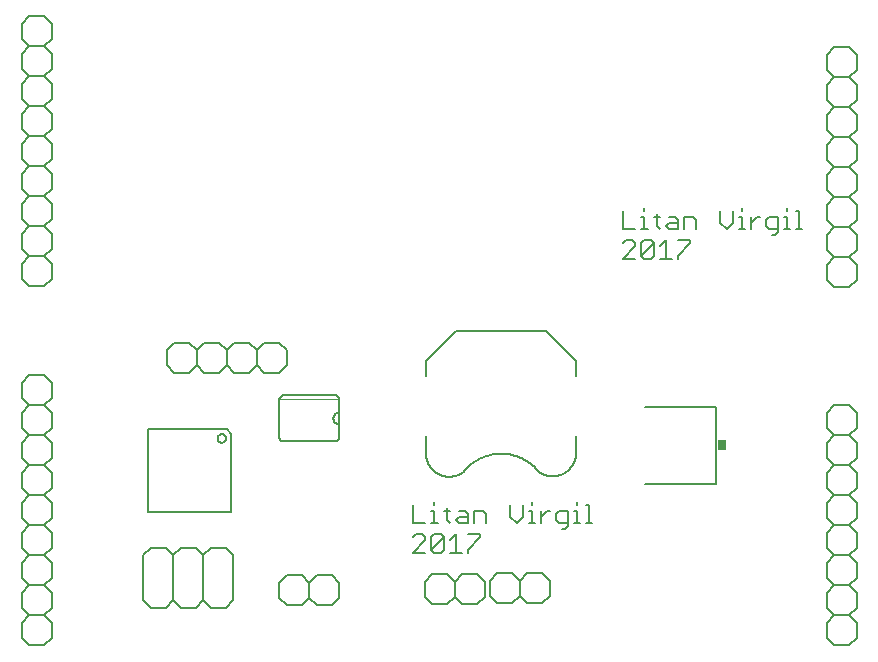
<source format=gto>
G75*
%MOIN*%
%OFA0B0*%
%FSLAX25Y25*%
%IPPOS*%
%LPD*%
%AMOC8*
5,1,8,0,0,1.08239X$1,22.5*
%
%ADD10C,0.00500*%
%ADD11C,0.00600*%
%ADD12C,0.00800*%
%ADD13R,0.03000X0.03400*%
%ADD14C,0.00200*%
D10*
X0141950Y0043950D02*
X0146020Y0048020D01*
X0146020Y0049038D01*
X0145003Y0050055D01*
X0142968Y0050055D01*
X0141950Y0049038D01*
X0141950Y0053850D02*
X0146020Y0053850D01*
X0148027Y0053850D02*
X0150062Y0053850D01*
X0149045Y0053850D02*
X0149045Y0057920D01*
X0148027Y0057920D01*
X0149045Y0059955D02*
X0149045Y0060973D01*
X0152079Y0057920D02*
X0154114Y0057920D01*
X0153096Y0058938D02*
X0153096Y0054868D01*
X0154114Y0053850D01*
X0156130Y0054868D02*
X0157148Y0055885D01*
X0160200Y0055885D01*
X0160200Y0056903D02*
X0160200Y0053850D01*
X0157148Y0053850D01*
X0156130Y0054868D01*
X0157148Y0057920D02*
X0159183Y0057920D01*
X0160200Y0056903D01*
X0162207Y0057920D02*
X0162207Y0053850D01*
X0162207Y0057920D02*
X0165260Y0057920D01*
X0166277Y0056903D01*
X0166277Y0053850D01*
X0164252Y0050055D02*
X0160182Y0050055D01*
X0164252Y0050055D02*
X0164252Y0049038D01*
X0160182Y0044968D01*
X0160182Y0043950D01*
X0158175Y0043950D02*
X0154104Y0043950D01*
X0156139Y0043950D02*
X0156139Y0050055D01*
X0154104Y0048020D01*
X0152097Y0049038D02*
X0148027Y0044968D01*
X0149045Y0043950D01*
X0151080Y0043950D01*
X0152097Y0044968D01*
X0152097Y0049038D01*
X0151080Y0050055D01*
X0149045Y0050055D01*
X0148027Y0049038D01*
X0148027Y0044968D01*
X0146020Y0043950D02*
X0141950Y0043950D01*
X0141950Y0053850D02*
X0141950Y0059955D01*
X0174362Y0059955D02*
X0174362Y0055885D01*
X0176397Y0053850D01*
X0178432Y0055885D01*
X0178432Y0059955D01*
X0180439Y0057920D02*
X0181456Y0057920D01*
X0181456Y0053850D01*
X0180439Y0053850D02*
X0182474Y0053850D01*
X0184490Y0053850D02*
X0184490Y0057920D01*
X0184490Y0055885D02*
X0186525Y0057920D01*
X0187543Y0057920D01*
X0189555Y0056903D02*
X0189555Y0054868D01*
X0190572Y0053850D01*
X0193625Y0053850D01*
X0193625Y0052832D02*
X0193625Y0057920D01*
X0190572Y0057920D01*
X0189555Y0056903D01*
X0191590Y0051815D02*
X0192607Y0051815D01*
X0193625Y0052832D01*
X0195632Y0053850D02*
X0197667Y0053850D01*
X0196649Y0053850D02*
X0196649Y0057920D01*
X0195632Y0057920D01*
X0196649Y0059955D02*
X0196649Y0060973D01*
X0199683Y0059955D02*
X0200701Y0059955D01*
X0200701Y0053850D01*
X0201718Y0053850D02*
X0199683Y0053850D01*
X0181456Y0059955D02*
X0181456Y0060973D01*
X0211950Y0141950D02*
X0216020Y0146020D01*
X0216020Y0147038D01*
X0215003Y0148055D01*
X0212968Y0148055D01*
X0211950Y0147038D01*
X0211950Y0151850D02*
X0216020Y0151850D01*
X0218027Y0151850D02*
X0220062Y0151850D01*
X0219045Y0151850D02*
X0219045Y0155920D01*
X0218027Y0155920D01*
X0219045Y0157955D02*
X0219045Y0158973D01*
X0222079Y0155920D02*
X0224114Y0155920D01*
X0223096Y0156938D02*
X0223096Y0152868D01*
X0224114Y0151850D01*
X0226130Y0152868D02*
X0227148Y0153885D01*
X0230200Y0153885D01*
X0230200Y0154903D02*
X0230200Y0151850D01*
X0227148Y0151850D01*
X0226130Y0152868D01*
X0227148Y0155920D02*
X0229183Y0155920D01*
X0230200Y0154903D01*
X0232207Y0155920D02*
X0232207Y0151850D01*
X0232207Y0155920D02*
X0235260Y0155920D01*
X0236277Y0154903D01*
X0236277Y0151850D01*
X0234252Y0148055D02*
X0230182Y0148055D01*
X0226139Y0148055D02*
X0226139Y0141950D01*
X0224104Y0141950D02*
X0228175Y0141950D01*
X0230182Y0141950D02*
X0230182Y0142968D01*
X0234252Y0147038D01*
X0234252Y0148055D01*
X0226139Y0148055D02*
X0224104Y0146020D01*
X0222097Y0147038D02*
X0222097Y0142968D01*
X0221080Y0141950D01*
X0219045Y0141950D01*
X0218027Y0142968D01*
X0222097Y0147038D01*
X0221080Y0148055D01*
X0219045Y0148055D01*
X0218027Y0147038D01*
X0218027Y0142968D01*
X0216020Y0141950D02*
X0211950Y0141950D01*
X0211950Y0151850D02*
X0211950Y0157955D01*
X0244362Y0157955D02*
X0244362Y0153885D01*
X0246397Y0151850D01*
X0248432Y0153885D01*
X0248432Y0157955D01*
X0250439Y0155920D02*
X0251456Y0155920D01*
X0251456Y0151850D01*
X0250439Y0151850D02*
X0252474Y0151850D01*
X0254490Y0151850D02*
X0254490Y0155920D01*
X0254490Y0153885D02*
X0256525Y0155920D01*
X0257543Y0155920D01*
X0259555Y0154903D02*
X0259555Y0152868D01*
X0260572Y0151850D01*
X0263625Y0151850D01*
X0263625Y0150832D02*
X0263625Y0155920D01*
X0260572Y0155920D01*
X0259555Y0154903D01*
X0261590Y0149815D02*
X0262607Y0149815D01*
X0263625Y0150832D01*
X0265632Y0151850D02*
X0267667Y0151850D01*
X0266649Y0151850D02*
X0266649Y0155920D01*
X0265632Y0155920D01*
X0266649Y0157955D02*
X0266649Y0158973D01*
X0269683Y0157955D02*
X0270701Y0157955D01*
X0270701Y0151850D01*
X0271718Y0151850D02*
X0269683Y0151850D01*
X0251456Y0157955D02*
X0251456Y0158973D01*
D11*
X0014043Y0013059D02*
X0011543Y0015559D01*
X0011543Y0020559D01*
X0014043Y0023059D01*
X0011543Y0025559D01*
X0011543Y0030559D01*
X0014043Y0033059D01*
X0011543Y0035559D01*
X0011543Y0040559D01*
X0014043Y0043059D01*
X0011543Y0045559D01*
X0011543Y0050559D01*
X0014043Y0053059D01*
X0011543Y0055559D01*
X0011543Y0060559D01*
X0014043Y0063059D01*
X0011543Y0065559D01*
X0011543Y0070559D01*
X0014043Y0073059D01*
X0011543Y0075559D01*
X0011543Y0080559D01*
X0014043Y0083059D01*
X0011543Y0085559D01*
X0011543Y0090559D01*
X0014043Y0093059D01*
X0011543Y0095559D01*
X0011543Y0100559D01*
X0014043Y0103059D01*
X0019043Y0103059D01*
X0021543Y0100559D01*
X0021543Y0095559D01*
X0019043Y0093059D01*
X0021543Y0090559D01*
X0021543Y0085559D01*
X0019043Y0083059D01*
X0014043Y0083059D01*
X0019043Y0083059D02*
X0021543Y0080559D01*
X0021543Y0075559D01*
X0019043Y0073059D01*
X0021543Y0070559D01*
X0021543Y0065559D01*
X0019043Y0063059D01*
X0021543Y0060559D01*
X0021543Y0055559D01*
X0019043Y0053059D01*
X0014043Y0053059D01*
X0019043Y0053059D02*
X0021543Y0050559D01*
X0021543Y0045559D01*
X0019043Y0043059D01*
X0021543Y0040559D01*
X0021543Y0035559D01*
X0019043Y0033059D01*
X0021543Y0030559D01*
X0021543Y0025559D01*
X0019043Y0023059D01*
X0021543Y0020559D01*
X0021543Y0015559D01*
X0019043Y0013059D01*
X0014043Y0013059D01*
X0014043Y0023059D02*
X0019043Y0023059D01*
X0019043Y0033059D02*
X0014043Y0033059D01*
X0014043Y0043059D02*
X0019043Y0043059D01*
X0019043Y0063059D02*
X0014043Y0063059D01*
X0014043Y0073059D02*
X0019043Y0073059D01*
X0019043Y0093059D02*
X0014043Y0093059D01*
X0053543Y0085058D02*
X0079744Y0085058D01*
X0081142Y0083661D01*
X0081142Y0057460D01*
X0053543Y0057460D01*
X0053543Y0085058D01*
X0062343Y0103859D02*
X0059843Y0106359D01*
X0059843Y0111359D01*
X0062343Y0113859D01*
X0067343Y0113859D01*
X0069843Y0111359D01*
X0072343Y0113859D01*
X0077343Y0113859D01*
X0079843Y0111359D01*
X0082343Y0113859D01*
X0087343Y0113859D01*
X0089843Y0111359D01*
X0092343Y0113859D01*
X0097343Y0113859D01*
X0099843Y0111359D01*
X0099843Y0106359D01*
X0097343Y0103859D01*
X0092343Y0103859D01*
X0089843Y0106359D01*
X0087343Y0103859D01*
X0082343Y0103859D01*
X0079843Y0106359D01*
X0079843Y0111359D01*
X0079843Y0106359D02*
X0077343Y0103859D01*
X0072343Y0103859D01*
X0069843Y0106359D01*
X0067343Y0103859D01*
X0062343Y0103859D01*
X0069843Y0106359D02*
X0069843Y0111359D01*
X0089843Y0111359D02*
X0089843Y0106359D01*
X0098843Y0096459D02*
X0115843Y0096459D01*
X0115919Y0096457D01*
X0115995Y0096451D01*
X0116070Y0096442D01*
X0116145Y0096428D01*
X0116219Y0096411D01*
X0116292Y0096390D01*
X0116364Y0096366D01*
X0116435Y0096337D01*
X0116504Y0096306D01*
X0116571Y0096271D01*
X0116636Y0096232D01*
X0116700Y0096190D01*
X0116761Y0096145D01*
X0116820Y0096097D01*
X0116876Y0096046D01*
X0116930Y0095992D01*
X0116981Y0095936D01*
X0117029Y0095877D01*
X0117074Y0095816D01*
X0117116Y0095752D01*
X0117155Y0095687D01*
X0117190Y0095620D01*
X0117221Y0095551D01*
X0117250Y0095480D01*
X0117274Y0095408D01*
X0117295Y0095335D01*
X0117312Y0095261D01*
X0117326Y0095186D01*
X0117335Y0095111D01*
X0117341Y0095035D01*
X0117343Y0094959D01*
X0117343Y0090759D01*
X0117343Y0086759D01*
X0117343Y0082559D01*
X0117341Y0082483D01*
X0117335Y0082407D01*
X0117326Y0082332D01*
X0117312Y0082257D01*
X0117295Y0082183D01*
X0117274Y0082110D01*
X0117250Y0082038D01*
X0117221Y0081967D01*
X0117190Y0081898D01*
X0117155Y0081831D01*
X0117116Y0081766D01*
X0117074Y0081702D01*
X0117029Y0081641D01*
X0116981Y0081582D01*
X0116930Y0081526D01*
X0116876Y0081472D01*
X0116820Y0081421D01*
X0116761Y0081373D01*
X0116700Y0081328D01*
X0116636Y0081286D01*
X0116571Y0081247D01*
X0116504Y0081212D01*
X0116435Y0081181D01*
X0116364Y0081152D01*
X0116292Y0081128D01*
X0116219Y0081107D01*
X0116145Y0081090D01*
X0116070Y0081076D01*
X0115995Y0081067D01*
X0115919Y0081061D01*
X0115843Y0081059D01*
X0098843Y0081059D01*
X0098767Y0081061D01*
X0098691Y0081067D01*
X0098616Y0081076D01*
X0098541Y0081090D01*
X0098467Y0081107D01*
X0098394Y0081128D01*
X0098322Y0081152D01*
X0098251Y0081181D01*
X0098182Y0081212D01*
X0098115Y0081247D01*
X0098050Y0081286D01*
X0097986Y0081328D01*
X0097925Y0081373D01*
X0097866Y0081421D01*
X0097810Y0081472D01*
X0097756Y0081526D01*
X0097705Y0081582D01*
X0097657Y0081641D01*
X0097612Y0081702D01*
X0097570Y0081766D01*
X0097531Y0081831D01*
X0097496Y0081898D01*
X0097465Y0081967D01*
X0097436Y0082038D01*
X0097412Y0082110D01*
X0097391Y0082183D01*
X0097374Y0082257D01*
X0097360Y0082332D01*
X0097351Y0082407D01*
X0097345Y0082483D01*
X0097343Y0082559D01*
X0097343Y0094959D01*
X0097345Y0095035D01*
X0097351Y0095111D01*
X0097360Y0095186D01*
X0097374Y0095261D01*
X0097391Y0095335D01*
X0097412Y0095408D01*
X0097436Y0095480D01*
X0097465Y0095551D01*
X0097496Y0095620D01*
X0097531Y0095687D01*
X0097570Y0095752D01*
X0097612Y0095816D01*
X0097657Y0095877D01*
X0097705Y0095936D01*
X0097756Y0095992D01*
X0097810Y0096046D01*
X0097866Y0096097D01*
X0097925Y0096145D01*
X0097986Y0096190D01*
X0098050Y0096232D01*
X0098115Y0096271D01*
X0098182Y0096306D01*
X0098251Y0096337D01*
X0098322Y0096366D01*
X0098394Y0096390D01*
X0098467Y0096411D01*
X0098541Y0096428D01*
X0098616Y0096442D01*
X0098691Y0096451D01*
X0098767Y0096457D01*
X0098843Y0096459D01*
X0117343Y0090759D02*
X0117255Y0090757D01*
X0117166Y0090751D01*
X0117078Y0090741D01*
X0116991Y0090728D01*
X0116904Y0090710D01*
X0116818Y0090689D01*
X0116733Y0090664D01*
X0116650Y0090635D01*
X0116567Y0090602D01*
X0116487Y0090566D01*
X0116408Y0090527D01*
X0116330Y0090484D01*
X0116255Y0090437D01*
X0116182Y0090387D01*
X0116111Y0090334D01*
X0116042Y0090278D01*
X0115976Y0090219D01*
X0115913Y0090157D01*
X0115853Y0090093D01*
X0115795Y0090026D01*
X0115741Y0089956D01*
X0115689Y0089884D01*
X0115641Y0089810D01*
X0115596Y0089733D01*
X0115555Y0089655D01*
X0115517Y0089575D01*
X0115483Y0089494D01*
X0115452Y0089411D01*
X0115425Y0089326D01*
X0115402Y0089241D01*
X0115383Y0089155D01*
X0115367Y0089067D01*
X0115355Y0088980D01*
X0115347Y0088892D01*
X0115343Y0088803D01*
X0115343Y0088715D01*
X0115347Y0088626D01*
X0115355Y0088538D01*
X0115367Y0088451D01*
X0115383Y0088363D01*
X0115402Y0088277D01*
X0115425Y0088192D01*
X0115452Y0088107D01*
X0115483Y0088024D01*
X0115517Y0087943D01*
X0115555Y0087863D01*
X0115596Y0087785D01*
X0115641Y0087708D01*
X0115689Y0087634D01*
X0115741Y0087562D01*
X0115795Y0087492D01*
X0115853Y0087425D01*
X0115913Y0087361D01*
X0115976Y0087299D01*
X0116042Y0087240D01*
X0116111Y0087184D01*
X0116182Y0087131D01*
X0116255Y0087081D01*
X0116330Y0087034D01*
X0116408Y0086991D01*
X0116487Y0086952D01*
X0116567Y0086916D01*
X0116650Y0086883D01*
X0116733Y0086854D01*
X0116818Y0086829D01*
X0116904Y0086808D01*
X0116991Y0086790D01*
X0117078Y0086777D01*
X0117166Y0086767D01*
X0117255Y0086761D01*
X0117343Y0086759D01*
X0076729Y0082059D02*
X0076731Y0082134D01*
X0076737Y0082208D01*
X0076747Y0082282D01*
X0076760Y0082355D01*
X0076778Y0082428D01*
X0076799Y0082499D01*
X0076824Y0082570D01*
X0076853Y0082639D01*
X0076886Y0082706D01*
X0076922Y0082771D01*
X0076961Y0082835D01*
X0077003Y0082896D01*
X0077049Y0082955D01*
X0077098Y0083012D01*
X0077150Y0083065D01*
X0077204Y0083116D01*
X0077261Y0083165D01*
X0077321Y0083209D01*
X0077383Y0083251D01*
X0077447Y0083290D01*
X0077513Y0083325D01*
X0077580Y0083356D01*
X0077650Y0083384D01*
X0077720Y0083408D01*
X0077792Y0083429D01*
X0077865Y0083445D01*
X0077938Y0083458D01*
X0078013Y0083467D01*
X0078087Y0083472D01*
X0078162Y0083473D01*
X0078236Y0083470D01*
X0078311Y0083463D01*
X0078384Y0083452D01*
X0078458Y0083438D01*
X0078530Y0083419D01*
X0078601Y0083397D01*
X0078671Y0083371D01*
X0078740Y0083341D01*
X0078806Y0083308D01*
X0078871Y0083271D01*
X0078934Y0083231D01*
X0078995Y0083187D01*
X0079053Y0083141D01*
X0079109Y0083091D01*
X0079162Y0083039D01*
X0079213Y0082984D01*
X0079260Y0082926D01*
X0079304Y0082866D01*
X0079345Y0082803D01*
X0079383Y0082739D01*
X0079417Y0082673D01*
X0079448Y0082604D01*
X0079475Y0082535D01*
X0079498Y0082464D01*
X0079517Y0082392D01*
X0079533Y0082319D01*
X0079545Y0082245D01*
X0079553Y0082171D01*
X0079557Y0082096D01*
X0079557Y0082022D01*
X0079553Y0081947D01*
X0079545Y0081873D01*
X0079533Y0081799D01*
X0079517Y0081726D01*
X0079498Y0081654D01*
X0079475Y0081583D01*
X0079448Y0081514D01*
X0079417Y0081445D01*
X0079383Y0081379D01*
X0079345Y0081315D01*
X0079304Y0081252D01*
X0079260Y0081192D01*
X0079213Y0081134D01*
X0079162Y0081079D01*
X0079109Y0081027D01*
X0079053Y0080977D01*
X0078995Y0080931D01*
X0078934Y0080887D01*
X0078871Y0080847D01*
X0078806Y0080810D01*
X0078740Y0080777D01*
X0078671Y0080747D01*
X0078601Y0080721D01*
X0078530Y0080699D01*
X0078458Y0080680D01*
X0078384Y0080666D01*
X0078311Y0080655D01*
X0078236Y0080648D01*
X0078162Y0080645D01*
X0078087Y0080646D01*
X0078013Y0080651D01*
X0077938Y0080660D01*
X0077865Y0080673D01*
X0077792Y0080689D01*
X0077720Y0080710D01*
X0077650Y0080734D01*
X0077580Y0080762D01*
X0077513Y0080793D01*
X0077447Y0080828D01*
X0077383Y0080867D01*
X0077321Y0080909D01*
X0077261Y0080953D01*
X0077204Y0081002D01*
X0077150Y0081053D01*
X0077098Y0081106D01*
X0077049Y0081163D01*
X0077003Y0081222D01*
X0076961Y0081283D01*
X0076922Y0081347D01*
X0076886Y0081412D01*
X0076853Y0081479D01*
X0076824Y0081548D01*
X0076799Y0081619D01*
X0076778Y0081690D01*
X0076760Y0081763D01*
X0076747Y0081836D01*
X0076737Y0081910D01*
X0076731Y0081984D01*
X0076729Y0082059D01*
X0074543Y0045659D02*
X0079543Y0045659D01*
X0082043Y0043159D01*
X0082043Y0028159D01*
X0079543Y0025659D01*
X0074543Y0025659D01*
X0072043Y0028159D01*
X0072043Y0043159D01*
X0074543Y0045659D01*
X0072043Y0043159D02*
X0069543Y0045659D01*
X0064543Y0045659D01*
X0062043Y0043159D01*
X0062043Y0028159D01*
X0064543Y0025659D01*
X0069543Y0025659D01*
X0072043Y0028159D01*
X0062043Y0028159D02*
X0059543Y0025659D01*
X0054543Y0025659D01*
X0052043Y0028159D01*
X0052043Y0043159D01*
X0054543Y0045659D01*
X0059543Y0045659D01*
X0062043Y0043159D01*
X0097257Y0033941D02*
X0097257Y0028941D01*
X0099757Y0026441D01*
X0104757Y0026441D01*
X0107257Y0028941D01*
X0109757Y0026441D01*
X0114757Y0026441D01*
X0117257Y0028941D01*
X0117257Y0033941D01*
X0114757Y0036441D01*
X0109757Y0036441D01*
X0107257Y0033941D01*
X0107257Y0028941D01*
X0107257Y0033941D02*
X0104757Y0036441D01*
X0099757Y0036441D01*
X0097257Y0033941D01*
X0145843Y0034259D02*
X0145843Y0029259D01*
X0148343Y0026759D01*
X0153343Y0026759D01*
X0155843Y0029259D01*
X0155843Y0034259D01*
X0153343Y0036759D01*
X0148343Y0036759D01*
X0145843Y0034259D01*
X0155843Y0034259D02*
X0158343Y0036759D01*
X0163343Y0036759D01*
X0165843Y0034259D01*
X0165843Y0029259D01*
X0163343Y0026759D01*
X0158343Y0026759D01*
X0155843Y0029259D01*
X0167543Y0029559D02*
X0170043Y0027059D01*
X0175043Y0027059D01*
X0177543Y0029559D01*
X0180043Y0027059D01*
X0185043Y0027059D01*
X0187543Y0029559D01*
X0187543Y0034559D01*
X0185043Y0037059D01*
X0180043Y0037059D01*
X0177543Y0034559D01*
X0177543Y0029559D01*
X0177543Y0034559D02*
X0175043Y0037059D01*
X0170043Y0037059D01*
X0167543Y0034559D01*
X0167543Y0029559D01*
X0279843Y0030559D02*
X0279843Y0025559D01*
X0282343Y0023059D01*
X0279843Y0020559D01*
X0279843Y0015559D01*
X0282343Y0013059D01*
X0287343Y0013059D01*
X0289843Y0015559D01*
X0289843Y0020559D01*
X0287343Y0023059D01*
X0282343Y0023059D01*
X0287343Y0023059D02*
X0289843Y0025559D01*
X0289843Y0030559D01*
X0287343Y0033059D01*
X0282343Y0033059D01*
X0279843Y0030559D01*
X0282343Y0033059D02*
X0279843Y0035559D01*
X0279843Y0040559D01*
X0282343Y0043059D01*
X0279843Y0045559D01*
X0279843Y0050559D01*
X0282343Y0053059D01*
X0279843Y0055559D01*
X0279843Y0060559D01*
X0282343Y0063059D01*
X0279843Y0065559D01*
X0279843Y0070559D01*
X0282343Y0073059D01*
X0279843Y0075559D01*
X0279843Y0080559D01*
X0282343Y0083059D01*
X0279843Y0085559D01*
X0279843Y0090559D01*
X0282343Y0093059D01*
X0287343Y0093059D01*
X0289843Y0090559D01*
X0289843Y0085559D01*
X0287343Y0083059D01*
X0289843Y0080559D01*
X0289843Y0075559D01*
X0287343Y0073059D01*
X0282343Y0073059D01*
X0287343Y0073059D02*
X0289843Y0070559D01*
X0289843Y0065559D01*
X0287343Y0063059D01*
X0289843Y0060559D01*
X0289843Y0055559D01*
X0287343Y0053059D01*
X0289843Y0050559D01*
X0289843Y0045559D01*
X0287343Y0043059D01*
X0282343Y0043059D01*
X0287343Y0043059D02*
X0289843Y0040559D01*
X0289843Y0035559D01*
X0287343Y0033059D01*
X0287343Y0053059D02*
X0282343Y0053059D01*
X0282343Y0063059D02*
X0287343Y0063059D01*
X0287343Y0083059D02*
X0282343Y0083059D01*
X0282300Y0132500D02*
X0279800Y0135000D01*
X0279800Y0140000D01*
X0282300Y0142500D01*
X0279800Y0145000D01*
X0279800Y0150000D01*
X0282300Y0152500D01*
X0279800Y0155000D01*
X0279800Y0160000D01*
X0282300Y0162500D01*
X0279800Y0165000D01*
X0279800Y0170000D01*
X0282300Y0172500D01*
X0279800Y0175000D01*
X0279800Y0180000D01*
X0282300Y0182500D01*
X0279800Y0185000D01*
X0279800Y0190000D01*
X0282300Y0192500D01*
X0279800Y0195000D01*
X0279800Y0200000D01*
X0282300Y0202500D01*
X0279800Y0205000D01*
X0279800Y0210000D01*
X0282300Y0212500D01*
X0287300Y0212500D01*
X0289800Y0210000D01*
X0289800Y0205000D01*
X0287300Y0202500D01*
X0289800Y0200000D01*
X0289800Y0195000D01*
X0287300Y0192500D01*
X0282300Y0192500D01*
X0287300Y0192500D02*
X0289800Y0190000D01*
X0289800Y0185000D01*
X0287300Y0182500D01*
X0289800Y0180000D01*
X0289800Y0175000D01*
X0287300Y0172500D01*
X0289800Y0170000D01*
X0289800Y0165000D01*
X0287300Y0162500D01*
X0282300Y0162500D01*
X0287300Y0162500D02*
X0289800Y0160000D01*
X0289800Y0155000D01*
X0287300Y0152500D01*
X0289800Y0150000D01*
X0289800Y0145000D01*
X0287300Y0142500D01*
X0289800Y0140000D01*
X0289800Y0135000D01*
X0287300Y0132500D01*
X0282300Y0132500D01*
X0282300Y0142500D02*
X0287300Y0142500D01*
X0287300Y0152500D02*
X0282300Y0152500D01*
X0282300Y0172500D02*
X0287300Y0172500D01*
X0287300Y0182500D02*
X0282300Y0182500D01*
X0282300Y0202500D02*
X0287300Y0202500D01*
X0021500Y0200200D02*
X0021500Y0195200D01*
X0019000Y0192700D01*
X0021500Y0190200D01*
X0021500Y0185200D01*
X0019000Y0182700D01*
X0021500Y0180200D01*
X0021500Y0175200D01*
X0019000Y0172700D01*
X0014000Y0172700D01*
X0011500Y0175200D01*
X0011500Y0180200D01*
X0014000Y0182700D01*
X0011500Y0185200D01*
X0011500Y0190200D01*
X0014000Y0192700D01*
X0011500Y0195200D01*
X0011500Y0200200D01*
X0014000Y0202700D01*
X0011500Y0205200D01*
X0011500Y0210200D01*
X0014000Y0212700D01*
X0011500Y0215200D01*
X0011500Y0220200D01*
X0014000Y0222700D01*
X0019000Y0222700D01*
X0021500Y0220200D01*
X0021500Y0215200D01*
X0019000Y0212700D01*
X0021500Y0210200D01*
X0021500Y0205200D01*
X0019000Y0202700D01*
X0014000Y0202700D01*
X0019000Y0202700D02*
X0021500Y0200200D01*
X0019000Y0192700D02*
X0014000Y0192700D01*
X0014000Y0182700D02*
X0019000Y0182700D01*
X0019000Y0172700D02*
X0021500Y0170200D01*
X0021500Y0165200D01*
X0019000Y0162700D01*
X0021500Y0160200D01*
X0021500Y0155200D01*
X0019000Y0152700D01*
X0021500Y0150200D01*
X0021500Y0145200D01*
X0019000Y0142700D01*
X0021500Y0140200D01*
X0021500Y0135200D01*
X0019000Y0132700D01*
X0014000Y0132700D01*
X0011500Y0135200D01*
X0011500Y0140200D01*
X0014000Y0142700D01*
X0011500Y0145200D01*
X0011500Y0150200D01*
X0014000Y0152700D01*
X0011500Y0155200D01*
X0011500Y0160200D01*
X0014000Y0162700D01*
X0011500Y0165200D01*
X0011500Y0170200D01*
X0014000Y0172700D01*
X0014000Y0162700D02*
X0019000Y0162700D01*
X0019000Y0152700D02*
X0014000Y0152700D01*
X0014000Y0142700D02*
X0019000Y0142700D01*
X0019000Y0212700D02*
X0014000Y0212700D01*
D12*
X0146243Y0107959D02*
X0146243Y0102959D01*
X0146243Y0107959D02*
X0156243Y0117959D01*
X0186243Y0117959D01*
X0196243Y0107959D01*
X0196243Y0102959D01*
X0219343Y0092659D02*
X0242943Y0092661D01*
X0242943Y0066857D01*
X0219343Y0066859D01*
X0196243Y0076959D02*
X0196243Y0082959D01*
X0196243Y0076959D02*
X0196231Y0076766D01*
X0196215Y0076574D01*
X0196195Y0076383D01*
X0196169Y0076192D01*
X0196139Y0076001D01*
X0196104Y0075812D01*
X0196065Y0075623D01*
X0196021Y0075435D01*
X0195973Y0075249D01*
X0195920Y0075064D01*
X0195862Y0074880D01*
X0195800Y0074697D01*
X0195733Y0074516D01*
X0195663Y0074337D01*
X0195587Y0074160D01*
X0195508Y0073984D01*
X0195424Y0073811D01*
X0195336Y0073639D01*
X0195244Y0073470D01*
X0195147Y0073303D01*
X0195047Y0073139D01*
X0194942Y0072977D01*
X0194834Y0072818D01*
X0194722Y0072661D01*
X0194606Y0072507D01*
X0194486Y0072356D01*
X0194363Y0072208D01*
X0194236Y0072063D01*
X0194105Y0071921D01*
X0193971Y0071783D01*
X0193834Y0071648D01*
X0193693Y0071516D01*
X0193550Y0071387D01*
X0193403Y0071263D01*
X0193253Y0071141D01*
X0193100Y0071024D01*
X0192945Y0070910D01*
X0192786Y0070800D01*
X0192625Y0070694D01*
X0192462Y0070592D01*
X0192296Y0070494D01*
X0192128Y0070401D01*
X0191957Y0070311D01*
X0191784Y0070225D01*
X0191610Y0070144D01*
X0191433Y0070067D01*
X0191254Y0069995D01*
X0191074Y0069926D01*
X0190892Y0069863D01*
X0190709Y0069803D01*
X0190524Y0069748D01*
X0190338Y0069698D01*
X0190151Y0069652D01*
X0189963Y0069611D01*
X0189774Y0069575D01*
X0189583Y0069543D01*
X0189393Y0069516D01*
X0189201Y0069493D01*
X0189009Y0069475D01*
X0188817Y0069462D01*
X0188625Y0069454D01*
X0188432Y0069450D01*
X0188239Y0069451D01*
X0188047Y0069457D01*
X0187854Y0069467D01*
X0187662Y0069483D01*
X0187470Y0069502D01*
X0187279Y0069527D01*
X0187089Y0069556D01*
X0186899Y0069590D01*
X0186710Y0069628D01*
X0186523Y0069671D01*
X0186336Y0069719D01*
X0186150Y0069771D01*
X0185966Y0069828D01*
X0185783Y0069889D01*
X0185602Y0069955D01*
X0185423Y0070025D01*
X0185245Y0070100D01*
X0185069Y0070178D01*
X0184895Y0070262D01*
X0184724Y0070349D01*
X0184554Y0070440D01*
X0184387Y0070536D01*
X0184222Y0070636D01*
X0184059Y0070739D01*
X0183899Y0070847D01*
X0183742Y0070959D01*
X0183743Y0070959D02*
X0183494Y0071262D01*
X0183237Y0071560D01*
X0182973Y0071851D01*
X0182702Y0072135D01*
X0182424Y0072413D01*
X0182139Y0072683D01*
X0181848Y0072947D01*
X0181550Y0073203D01*
X0181246Y0073452D01*
X0180936Y0073694D01*
X0180621Y0073928D01*
X0180299Y0074154D01*
X0179973Y0074372D01*
X0179641Y0074582D01*
X0179304Y0074784D01*
X0178962Y0074977D01*
X0178615Y0075162D01*
X0178264Y0075339D01*
X0177909Y0075506D01*
X0177550Y0075665D01*
X0177187Y0075816D01*
X0176820Y0075957D01*
X0176450Y0076089D01*
X0176077Y0076212D01*
X0175701Y0076326D01*
X0175323Y0076431D01*
X0174942Y0076526D01*
X0174558Y0076612D01*
X0174173Y0076689D01*
X0173786Y0076756D01*
X0173397Y0076814D01*
X0173007Y0076862D01*
X0172616Y0076900D01*
X0172225Y0076929D01*
X0171832Y0076948D01*
X0171439Y0076958D01*
X0171047Y0076958D01*
X0170654Y0076948D01*
X0170261Y0076929D01*
X0169870Y0076900D01*
X0169479Y0076862D01*
X0169089Y0076814D01*
X0168700Y0076756D01*
X0168313Y0076689D01*
X0167928Y0076612D01*
X0167544Y0076526D01*
X0167163Y0076431D01*
X0166785Y0076326D01*
X0166409Y0076212D01*
X0166036Y0076089D01*
X0165666Y0075957D01*
X0165299Y0075816D01*
X0164936Y0075665D01*
X0164577Y0075506D01*
X0164222Y0075339D01*
X0163871Y0075162D01*
X0163524Y0074977D01*
X0163182Y0074784D01*
X0162845Y0074582D01*
X0162513Y0074372D01*
X0162187Y0074154D01*
X0161865Y0073928D01*
X0161550Y0073694D01*
X0161240Y0073452D01*
X0160936Y0073203D01*
X0160638Y0072947D01*
X0160347Y0072683D01*
X0160062Y0072413D01*
X0159784Y0072135D01*
X0159513Y0071851D01*
X0159249Y0071560D01*
X0158992Y0071262D01*
X0158743Y0070959D01*
X0158595Y0070843D01*
X0158444Y0070731D01*
X0158291Y0070623D01*
X0158135Y0070518D01*
X0157976Y0070417D01*
X0157815Y0070321D01*
X0157652Y0070228D01*
X0157487Y0070139D01*
X0157319Y0070054D01*
X0157150Y0069973D01*
X0156978Y0069897D01*
X0156805Y0069824D01*
X0156630Y0069756D01*
X0156453Y0069692D01*
X0156275Y0069633D01*
X0156095Y0069578D01*
X0155915Y0069527D01*
X0155732Y0069481D01*
X0155549Y0069439D01*
X0155365Y0069402D01*
X0155180Y0069369D01*
X0154995Y0069341D01*
X0154808Y0069317D01*
X0154622Y0069298D01*
X0154434Y0069283D01*
X0154247Y0069273D01*
X0154059Y0069268D01*
X0153871Y0069267D01*
X0153683Y0069271D01*
X0153496Y0069279D01*
X0153308Y0069292D01*
X0153121Y0069310D01*
X0152935Y0069332D01*
X0152749Y0069358D01*
X0152564Y0069390D01*
X0152379Y0069425D01*
X0152196Y0069465D01*
X0152013Y0069510D01*
X0151832Y0069559D01*
X0151652Y0069613D01*
X0151473Y0069670D01*
X0151296Y0069733D01*
X0151121Y0069799D01*
X0150947Y0069870D01*
X0150774Y0069945D01*
X0150604Y0070024D01*
X0150436Y0070107D01*
X0150270Y0070195D01*
X0150106Y0070286D01*
X0149944Y0070382D01*
X0149784Y0070481D01*
X0149628Y0070584D01*
X0149473Y0070691D01*
X0149322Y0070802D01*
X0149173Y0070917D01*
X0149027Y0071035D01*
X0148883Y0071156D01*
X0148743Y0071281D01*
X0148606Y0071410D01*
X0148472Y0071541D01*
X0148342Y0071676D01*
X0148214Y0071814D01*
X0148091Y0071956D01*
X0147970Y0072100D01*
X0147853Y0072247D01*
X0147740Y0072397D01*
X0147631Y0072549D01*
X0147525Y0072704D01*
X0147423Y0072862D01*
X0147325Y0073022D01*
X0147231Y0073185D01*
X0147141Y0073350D01*
X0147055Y0073517D01*
X0146973Y0073686D01*
X0146895Y0073857D01*
X0146821Y0074029D01*
X0146752Y0074204D01*
X0146687Y0074380D01*
X0146626Y0074558D01*
X0146570Y0074737D01*
X0146518Y0074918D01*
X0146470Y0075099D01*
X0146427Y0075282D01*
X0146389Y0075466D01*
X0146354Y0075651D01*
X0146325Y0075836D01*
X0146300Y0076022D01*
X0146279Y0076209D01*
X0146263Y0076396D01*
X0146252Y0076583D01*
X0146245Y0076771D01*
X0146243Y0076959D01*
X0146243Y0082959D01*
D13*
X0244843Y0079759D03*
D14*
X0117343Y0095059D02*
X0097343Y0095059D01*
M02*

</source>
